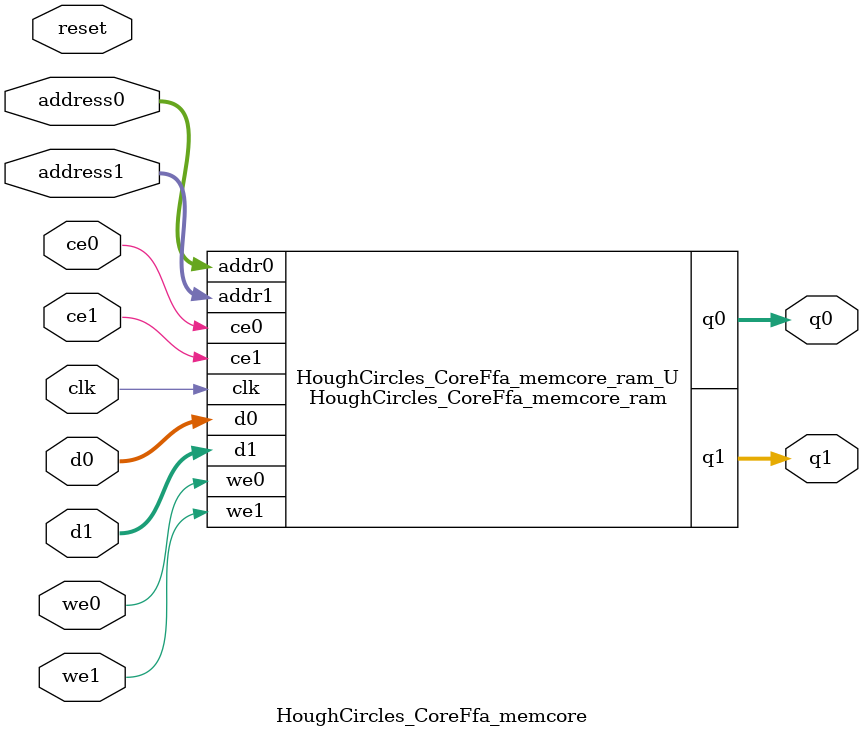
<source format=v>

`timescale 1 ns / 1 ps
module HoughCircles_CoreFfa_memcore_ram (addr0, ce0, d0, we0, q0, addr1, ce1, d1, we1, q1,  clk);

parameter DWIDTH = 8;
parameter AWIDTH = 18;
parameter MEM_SIZE = 153600;

input[AWIDTH-1:0] addr0;
input ce0;
input[DWIDTH-1:0] d0;
input we0;
output reg[DWIDTH-1:0] q0;
input[AWIDTH-1:0] addr1;
input ce1;
input[DWIDTH-1:0] d1;
input we1;
output reg[DWIDTH-1:0] q1;
input clk;

(* ram_style = "block" *)reg [DWIDTH-1:0] ram[0:MEM_SIZE-1];




always @(posedge clk)  
begin 
    if (ce0) 
    begin
        if (we0) 
        begin 
            ram[addr0] <= d0; 
            q0 <= d0;
        end 
        else 
            q0 <= ram[addr0];
    end
end


always @(posedge clk)  
begin 
    if (ce1) 
    begin
        if (we1) 
        begin 
            ram[addr1] <= d1; 
            q1 <= d1;
        end 
        else 
            q1 <= ram[addr1];
    end
end


endmodule


`timescale 1 ns / 1 ps
module HoughCircles_CoreFfa_memcore(
    reset,
    clk,
    address0,
    ce0,
    we0,
    d0,
    q0,
    address1,
    ce1,
    we1,
    d1,
    q1);

parameter DataWidth = 32'd8;
parameter AddressRange = 32'd153600;
parameter AddressWidth = 32'd18;
input reset;
input clk;
input[AddressWidth - 1:0] address0;
input ce0;
input we0;
input[DataWidth - 1:0] d0;
output[DataWidth - 1:0] q0;
input[AddressWidth - 1:0] address1;
input ce1;
input we1;
input[DataWidth - 1:0] d1;
output[DataWidth - 1:0] q1;



HoughCircles_CoreFfa_memcore_ram HoughCircles_CoreFfa_memcore_ram_U(
    .clk( clk ),
    .addr0( address0 ),
    .ce0( ce0 ),
    .we0( we0 ),
    .d0( d0 ),
    .q0( q0 ),
    .addr1( address1 ),
    .ce1( ce1 ),
    .we1( we1 ),
    .d1( d1 ),
    .q1( q1 ));

endmodule


</source>
